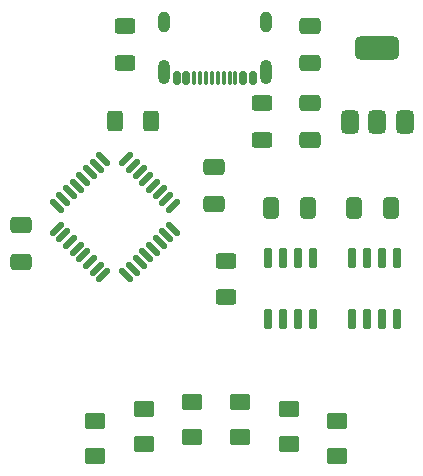
<source format=gbr>
%TF.GenerationSoftware,KiCad,Pcbnew,8.0.4+1*%
%TF.CreationDate,2024-09-15T14:39:29+02:00*%
%TF.ProjectId,meowcontrol,6d656f77-636f-46e7-9472-6f6c2e6b6963,rev?*%
%TF.SameCoordinates,Original*%
%TF.FileFunction,Paste,Top*%
%TF.FilePolarity,Positive*%
%FSLAX46Y46*%
G04 Gerber Fmt 4.6, Leading zero omitted, Abs format (unit mm)*
G04 Created by KiCad (PCBNEW 8.0.4+1) date 2024-09-15 14:39:29*
%MOMM*%
%LPD*%
G01*
G04 APERTURE LIST*
G04 Aperture macros list*
%AMRoundRect*
0 Rectangle with rounded corners*
0 $1 Rounding radius*
0 $2 $3 $4 $5 $6 $7 $8 $9 X,Y pos of 4 corners*
0 Add a 4 corners polygon primitive as box body*
4,1,4,$2,$3,$4,$5,$6,$7,$8,$9,$2,$3,0*
0 Add four circle primitives for the rounded corners*
1,1,$1+$1,$2,$3*
1,1,$1+$1,$4,$5*
1,1,$1+$1,$6,$7*
1,1,$1+$1,$8,$9*
0 Add four rect primitives between the rounded corners*
20,1,$1+$1,$2,$3,$4,$5,0*
20,1,$1+$1,$4,$5,$6,$7,0*
20,1,$1+$1,$6,$7,$8,$9,0*
20,1,$1+$1,$8,$9,$2,$3,0*%
G04 Aperture macros list end*
%ADD10RoundRect,0.250000X-0.400000X-0.625000X0.400000X-0.625000X0.400000X0.625000X-0.400000X0.625000X0*%
%ADD11RoundRect,0.250001X-0.624999X0.462499X-0.624999X-0.462499X0.624999X-0.462499X0.624999X0.462499X0*%
%ADD12RoundRect,0.250000X0.650000X-0.412500X0.650000X0.412500X-0.650000X0.412500X-0.650000X-0.412500X0*%
%ADD13RoundRect,0.375000X0.375000X-0.625000X0.375000X0.625000X-0.375000X0.625000X-0.375000X-0.625000X0*%
%ADD14RoundRect,0.500000X1.400000X-0.500000X1.400000X0.500000X-1.400000X0.500000X-1.400000X-0.500000X0*%
%ADD15RoundRect,0.150000X0.150000X-0.725000X0.150000X0.725000X-0.150000X0.725000X-0.150000X-0.725000X0*%
%ADD16RoundRect,0.125000X-0.353553X-0.530330X0.530330X0.353553X0.353553X0.530330X-0.530330X-0.353553X0*%
%ADD17RoundRect,0.125000X0.353553X-0.530330X0.530330X-0.353553X-0.353553X0.530330X-0.530330X0.353553X0*%
%ADD18RoundRect,0.250000X0.625000X-0.400000X0.625000X0.400000X-0.625000X0.400000X-0.625000X-0.400000X0*%
%ADD19RoundRect,0.250000X-0.625000X0.400000X-0.625000X-0.400000X0.625000X-0.400000X0.625000X0.400000X0*%
%ADD20RoundRect,0.150000X0.150000X0.425000X-0.150000X0.425000X-0.150000X-0.425000X0.150000X-0.425000X0*%
%ADD21RoundRect,0.075000X0.075000X0.500000X-0.075000X0.500000X-0.075000X-0.500000X0.075000X-0.500000X0*%
%ADD22O,1.000000X2.100000*%
%ADD23O,1.000000X1.800000*%
%ADD24RoundRect,0.250000X-0.650000X0.412500X-0.650000X-0.412500X0.650000X-0.412500X0.650000X0.412500X0*%
%ADD25RoundRect,0.250000X-0.412500X-0.650000X0.412500X-0.650000X0.412500X0.650000X-0.412500X0.650000X0*%
G04 APERTURE END LIST*
D10*
%TO.C,R4*%
X113670000Y-73600000D03*
X116770000Y-73600000D03*
%TD*%
D11*
%TO.C,D6*%
X132500000Y-101987500D03*
X132500000Y-99012500D03*
%TD*%
%TO.C,D5*%
X128400000Y-98012500D03*
X128400000Y-100987500D03*
%TD*%
%TO.C,D4*%
X124300000Y-97410000D03*
X124300000Y-100385000D03*
%TD*%
%TO.C,D3*%
X120200000Y-97410000D03*
X120200000Y-100385000D03*
%TD*%
%TO.C,D2*%
X116100000Y-98012500D03*
X116100000Y-100987500D03*
%TD*%
%TO.C,D1*%
X112000000Y-99012500D03*
X112000000Y-101987500D03*
%TD*%
D12*
%TO.C,C6*%
X122050000Y-80652500D03*
X122050000Y-77527500D03*
%TD*%
D13*
%TO.C,U4*%
X133597500Y-73720000D03*
X135897500Y-73720000D03*
D14*
X135897500Y-67420000D03*
D13*
X138197500Y-73720000D03*
%TD*%
D15*
%TO.C,U3*%
X133730000Y-90360000D03*
X135000000Y-90360000D03*
X136270000Y-90360000D03*
X137540000Y-90360000D03*
X137540000Y-85210000D03*
X136270000Y-85210000D03*
X135000000Y-85210000D03*
X133730000Y-85210000D03*
%TD*%
%TO.C,U2*%
X126605000Y-90360000D03*
X127875000Y-90360000D03*
X129145000Y-90360000D03*
X130415000Y-90360000D03*
X130415000Y-85210000D03*
X129145000Y-85210000D03*
X127875000Y-85210000D03*
X126605000Y-85210000D03*
%TD*%
D16*
%TO.C,U1*%
X108737930Y-82722272D03*
X109303616Y-83287957D03*
X109869301Y-83853643D03*
X110434986Y-84419328D03*
X111000672Y-84985014D03*
X111566357Y-85550699D03*
X112132043Y-86116384D03*
X112697728Y-86682070D03*
D17*
X114642272Y-86682070D03*
X115207957Y-86116384D03*
X115773643Y-85550699D03*
X116339328Y-84985014D03*
X116905014Y-84419328D03*
X117470699Y-83853643D03*
X118036384Y-83287957D03*
X118602070Y-82722272D03*
D16*
X118602070Y-80777728D03*
X118036384Y-80212043D03*
X117470699Y-79646357D03*
X116905014Y-79080672D03*
X116339328Y-78514986D03*
X115773643Y-77949301D03*
X115207957Y-77383616D03*
X114642272Y-76817930D03*
D17*
X112697728Y-76817930D03*
X112132043Y-77383616D03*
X111566357Y-77949301D03*
X111000672Y-78514986D03*
X110434986Y-79080672D03*
X109869301Y-79646357D03*
X109303616Y-80212043D03*
X108737930Y-80777728D03*
%TD*%
D18*
%TO.C,R3*%
X126130000Y-72070000D03*
X126130000Y-75170000D03*
%TD*%
D19*
%TO.C,R2*%
X114500000Y-68660000D03*
X114500000Y-65560000D03*
%TD*%
%TO.C,R1*%
X123060000Y-85420000D03*
X123060000Y-88520000D03*
%TD*%
D20*
%TO.C,J1*%
X125330000Y-69990000D03*
X124530000Y-69990000D03*
D21*
X123380000Y-69990000D03*
X122380000Y-69990000D03*
X121880000Y-69990000D03*
X120880000Y-69990000D03*
D20*
X119730000Y-69990000D03*
X118930000Y-69990000D03*
X118930000Y-69990000D03*
X119730000Y-69990000D03*
D21*
X120380000Y-69990000D03*
X121380000Y-69990000D03*
X122880000Y-69990000D03*
X123880000Y-69990000D03*
D20*
X124530000Y-69990000D03*
X125330000Y-69990000D03*
D22*
X126450000Y-69415000D03*
D23*
X126450000Y-65235000D03*
D22*
X117810000Y-69415000D03*
D23*
X117810000Y-65235000D03*
%TD*%
D24*
%TO.C,C5*%
X105700000Y-82447500D03*
X105700000Y-85572500D03*
%TD*%
D25*
%TO.C,C4*%
X126882500Y-81000000D03*
X130007500Y-81000000D03*
%TD*%
%TO.C,C3*%
X133937500Y-81000000D03*
X137062500Y-81000000D03*
%TD*%
D24*
%TO.C,C2*%
X130170000Y-72087500D03*
X130170000Y-75212500D03*
%TD*%
%TO.C,C1*%
X130180000Y-65587500D03*
X130180000Y-68712500D03*
%TD*%
M02*

</source>
